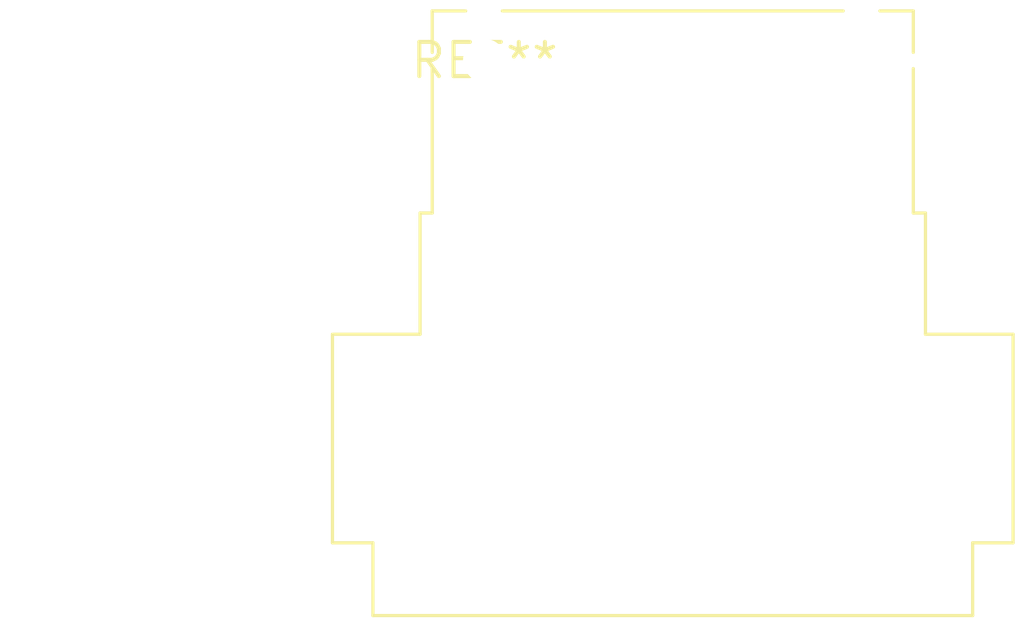
<source format=kicad_pcb>
(kicad_pcb (version 20240108) (generator pcbnew)
  (layers (0 "F.Cu" signal) (31 "B.Cu" signal) (34 "B.Paste" user) (35 "F.Paste" user) (36 "B.SilkS" user "B.Silkscreen") (37 "F.SilkS" user "F.Silkscreen") (38 "B.Mask" user) (39 "F.Mask" user) (44 "Edge.Cuts" user))
  (net 0 "")
  (footprint "Jack_XLR_Neutrik_NC4MAH_Horizontal" (layer "F.Cu") (at 0 0)
    (property "Reference" "REF**")
    (property "Value" "Jack_XLR_Neutrik_NC4MAH_Horizontal")
    (fp_line (start -5.64 10.16) (end -2.39 10.16) (layer "F.SilkS") (stroke (width 0.12)))
    (fp_line (start -5.64 17.9) (end -5.64 10.16) (layer "F.SilkS") (stroke (width 0.12)))
    (fp_line (start -4.14 17.9) (end -5.64 17.9) (layer "F.SilkS") (stroke (width 0.12)))
    (fp_line (start -4.14 17.9) (end -4.14 20.6) (layer "F.SilkS") (stroke (width 0.12)))
    (fp_line (start -2.39 10.16) (end -2.39 5.66) (layer "F.SilkS") (stroke (width 0.12)))
    (fp_line (start -1.94 -1.84) (end -1.94 -0.3) (layer "F.SilkS") (stroke (width 0.12)))
    (fp_line (start -1.94 -1.84) (end -0.7 -1.84) (layer "F.SilkS") (stroke (width 0.12)))
    (fp_line (start -1.94 5.66) (end -2.39 5.66) (layer "F.SilkS") (stroke (width 0.12)))
    (fp_line (start -1.94 5.66) (end -1.94 0.3) (layer "F.SilkS") (stroke (width 0.12)))
    (fp_line (start 13.3 -1.84) (end 0.66 -1.84) (layer "F.SilkS") (stroke (width 0.12)))
    (fp_line (start 15.9 -1.84) (end 14.66 -1.84) (layer "F.SilkS") (stroke (width 0.12)))
    (fp_line (start 15.9 -1.84) (end 15.9 -0.3) (layer "F.SilkS") (stroke (width 0.12)))
    (fp_line (start 15.9 5.66) (end 15.9 0.3) (layer "F.SilkS") (stroke (width 0.12)))
    (fp_line (start 15.9 5.66) (end 16.35 5.66) (layer "F.SilkS") (stroke (width 0.12)))
    (fp_line (start 16.35 10.16) (end 16.35 5.66) (layer "F.SilkS") (stroke (width 0.12)))
    (fp_line (start 16.35 10.16) (end 19.6 10.16) (layer "F.SilkS") (stroke (width 0.12)))
    (fp_line (start 18.1 17.9) (end 18.1 20.6) (layer "F.SilkS") (stroke (width 0.12)))
    (fp_line (start 18.1 20.6) (end -4.14 20.6) (layer "F.SilkS") (stroke (width 0.12)))
    (fp_line (start 19.6 17.9) (end 18.1 17.9) (layer "F.SilkS") (stroke (width 0.12)))
    (fp_line (start 19.6 17.9) (end 19.6 10.16) (layer "F.SilkS") (stroke (width 0.12)))
    (pad "" np_thru_hole circle (at 3.17 8.89) (size 1.6 1.6) (drill 1.6) (layers *.Cu *.Mask))
    (pad "" np_thru_hole circle (at 10.79 13.97) (size 1.6 1.6) (drill 1.6) (layers *.Cu *.Mask))
    (pad "1" thru_hole circle (at 0 0) (size 3.4 3.4) (drill 1.6) (layers *.Cu *.Mask) (remove_unused_layers))
    (pad "2" thru_hole circle (at 3.17 5.08) (size 2.9 2.9) (drill 1.2) (layers *.Cu *.Mask) (remove_unused_layers))
    (pad "3" thru_hole circle (at 10.79 5.08) (size 2.9 2.9) (drill 1.2) (layers *.Cu *.Mask) (remove_unused_layers))
    (pad "4" thru_hole circle (at 13.96 0) (size 3.4 3.4) (drill 1.6) (layers *.Cu *.Mask) (remove_unused_layers))
    (pad "G" thru_hole circle (at 6.98 5.08) (size 2.9 2.9) (drill 1.2) (layers *.Cu *.Mask) (remove_unused_layers))
  )
)
</source>
